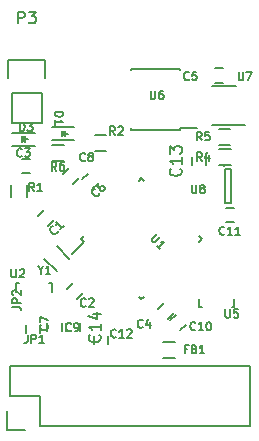
<source format=gbr>
G04 #@! TF.GenerationSoftware,KiCad,Pcbnew,no-vcs-found-7664~57~ubuntu16.10.1*
G04 #@! TF.CreationDate,2017-02-22T20:42:03+01:00*
G04 #@! TF.ProjectId,SensebenderMicro2,53656E736562656E6465724D6963726F,rev?*
G04 #@! TF.FileFunction,Legend,Top*
G04 #@! TF.FilePolarity,Positive*
%FSLAX46Y46*%
G04 Gerber Fmt 4.6, Leading zero omitted, Abs format (unit mm)*
G04 Created by KiCad (PCBNEW no-vcs-found-7664~57~ubuntu16.10.1) date Wed Feb 22 20:42:03 2017*
%MOMM*%
%LPD*%
G01*
G04 APERTURE LIST*
%ADD10C,0.100000*%
%ADD11C,0.150000*%
G04 APERTURE END LIST*
D10*
D11*
X104086500Y-88134900D02*
X104086500Y-87989900D01*
X99936500Y-88134900D02*
X99936500Y-87989900D01*
X99936500Y-82984900D02*
X99936500Y-83129900D01*
X104086500Y-82984900D02*
X104086500Y-83129900D01*
X104086500Y-88134900D02*
X99936500Y-88134900D01*
X104086500Y-82984900D02*
X99936500Y-82984900D01*
X104086500Y-87989900D02*
X105486500Y-87989900D01*
X105887240Y-103164640D02*
X105935500Y-103164640D01*
X108686220Y-102463600D02*
X108686220Y-103164640D01*
X108686220Y-103164640D02*
X108437300Y-103164640D01*
X105887240Y-103164640D02*
X105686580Y-103164640D01*
X105686580Y-103164640D02*
X105686580Y-102463600D01*
X94502049Y-101626423D02*
X94997023Y-101131449D01*
X95845551Y-101979977D02*
X95350577Y-102474951D01*
X89882800Y-89488100D02*
X91782800Y-89488100D01*
X89882800Y-88388100D02*
X91782800Y-88388100D01*
X90782800Y-88938100D02*
X91232800Y-88938100D01*
X90732800Y-88688100D02*
X90732800Y-89188100D01*
X90732800Y-88938100D02*
X90982800Y-88688100D01*
X90982800Y-88688100D02*
X90982800Y-89188100D01*
X90982800Y-89188100D02*
X90732800Y-88938100D01*
X91099000Y-92870400D02*
X91099000Y-93870400D01*
X89749000Y-93870400D02*
X89749000Y-92870400D01*
X89814400Y-87604600D02*
X92354400Y-87604600D01*
X89814400Y-85064600D02*
X89814400Y-87604600D01*
X89534400Y-82244600D02*
X92634400Y-82244600D01*
X89534400Y-83794600D02*
X89534400Y-82244600D01*
X92354400Y-85064600D02*
X89814400Y-85064600D01*
X92634400Y-82244600D02*
X92634400Y-83794600D01*
X92354400Y-85064600D02*
X92354400Y-87604600D01*
X93225300Y-89418800D02*
X94225300Y-89418800D01*
X94225300Y-90768800D02*
X93225300Y-90768800D01*
X96844800Y-88606000D02*
X97844800Y-88606000D01*
X97844800Y-89956000D02*
X96844800Y-89956000D01*
X95675700Y-97390668D02*
X95905510Y-97620478D01*
X100802224Y-92264144D02*
X101032034Y-92493954D01*
X105928748Y-97390668D02*
X105698938Y-97160858D01*
X100802224Y-102517192D02*
X100572414Y-102287382D01*
X95675700Y-97390668D02*
X95905510Y-97160858D01*
X100802224Y-102517192D02*
X101032034Y-102287382D01*
X105928748Y-97390668D02*
X105698938Y-97620478D01*
X100802224Y-92264144D02*
X100572414Y-92493954D01*
X95905510Y-97620478D02*
X94897882Y-98628105D01*
X107373800Y-89799800D02*
X108373800Y-89799800D01*
X108373800Y-91149800D02*
X107373800Y-91149800D01*
X107902400Y-91187800D02*
G75*
G03X107902400Y-91187800I-100000J0D01*
G01*
X108352400Y-91437800D02*
X107852400Y-91437800D01*
X108352400Y-94337800D02*
X108352400Y-91437800D01*
X107852400Y-94337800D02*
X108352400Y-94337800D01*
X107852400Y-91437800D02*
X107852400Y-94337800D01*
X107728500Y-84153300D02*
X107028500Y-84153300D01*
X107028500Y-82953300D02*
X107728500Y-82953300D01*
X108668300Y-96002400D02*
X107968300Y-96002400D01*
X107968300Y-94802400D02*
X108668300Y-94802400D01*
X93624400Y-97999340D02*
X94685060Y-99060000D01*
X92563740Y-99060000D02*
X93624400Y-100120660D01*
X97115551Y-92708977D02*
X96620577Y-93203951D01*
X95772049Y-92355423D02*
X96267023Y-91860449D01*
X103541751Y-103643677D02*
X103046777Y-104138651D01*
X102198249Y-103290123D02*
X102693223Y-102795149D01*
X97958200Y-105618800D02*
X97958200Y-106318800D01*
X96758200Y-106318800D02*
X96758200Y-105618800D01*
X93018560Y-101152960D02*
X92970300Y-101152960D01*
X90219580Y-101854000D02*
X90219580Y-101152960D01*
X90219580Y-101152960D02*
X90468500Y-101152960D01*
X93018560Y-101152960D02*
X93219220Y-101152960D01*
X93219220Y-101152960D02*
X93219220Y-101854000D01*
X108848000Y-84443300D02*
X106798000Y-84443300D01*
X109553000Y-87743300D02*
X106798000Y-87743300D01*
X92252800Y-113258600D02*
X110032800Y-113258600D01*
X110032800Y-113258600D02*
X110032800Y-108178600D01*
X110032800Y-108178600D02*
X89712800Y-108178600D01*
X89712800Y-108178600D02*
X89712800Y-110718600D01*
X89432800Y-111988600D02*
X89432800Y-113538600D01*
X89712800Y-110718600D02*
X92252800Y-110718600D01*
X92252800Y-110718600D02*
X92252800Y-113258600D01*
X89432800Y-113538600D02*
X90982800Y-113538600D01*
X103223879Y-104296493D02*
X103718853Y-103801519D01*
X104567381Y-104650047D02*
X104072407Y-105145021D01*
X93432551Y-95782377D02*
X92937577Y-96277351D01*
X92089049Y-95428823D02*
X92584023Y-94933849D01*
X91043200Y-105379000D02*
X91043200Y-104679000D01*
X92243200Y-104679000D02*
X92243200Y-105379000D01*
X93235600Y-89018200D02*
X95135600Y-89018200D01*
X93235600Y-87918200D02*
X95135600Y-87918200D01*
X94135600Y-88468200D02*
X94585600Y-88468200D01*
X94085600Y-88218200D02*
X94085600Y-88718200D01*
X94085600Y-88468200D02*
X94335600Y-88218200D01*
X94335600Y-88218200D02*
X94335600Y-88718200D01*
X94335600Y-88718200D02*
X94085600Y-88468200D01*
X94146449Y-91872823D02*
X94641423Y-91377849D01*
X95489951Y-92226377D02*
X94994977Y-92721351D01*
X90684300Y-90586000D02*
X91384300Y-90586000D01*
X91384300Y-91786000D02*
X90684300Y-91786000D01*
X107335000Y-88085300D02*
X108335000Y-88085300D01*
X108335000Y-89435300D02*
X107335000Y-89435300D01*
X94046600Y-104526600D02*
X94046600Y-105226600D01*
X92846600Y-105226600D02*
X92846600Y-104526600D01*
X102649400Y-106106600D02*
X103649400Y-106106600D01*
X103649400Y-107456600D02*
X102649400Y-107456600D01*
X105052000Y-91155000D02*
X105052000Y-90455000D01*
X106252000Y-90455000D02*
X106252000Y-91155000D01*
X95596700Y-104526600D02*
X95596700Y-105226600D01*
X94396700Y-105226600D02*
X94396700Y-104526600D01*
X101579766Y-84846366D02*
X101579766Y-85413033D01*
X101613100Y-85479700D01*
X101646433Y-85513033D01*
X101713100Y-85546366D01*
X101846433Y-85546366D01*
X101913100Y-85513033D01*
X101946433Y-85479700D01*
X101979766Y-85413033D01*
X101979766Y-84846366D01*
X102613100Y-84846366D02*
X102479766Y-84846366D01*
X102413100Y-84879700D01*
X102379766Y-84913033D01*
X102313100Y-85013033D01*
X102279766Y-85146366D01*
X102279766Y-85413033D01*
X102313100Y-85479700D01*
X102346433Y-85513033D01*
X102413100Y-85546366D01*
X102546433Y-85546366D01*
X102613100Y-85513033D01*
X102646433Y-85479700D01*
X102679766Y-85413033D01*
X102679766Y-85246366D01*
X102646433Y-85179700D01*
X102613100Y-85146366D01*
X102546433Y-85113033D01*
X102413100Y-85113033D01*
X102346433Y-85146366D01*
X102313100Y-85179700D01*
X102279766Y-85246366D01*
X107909426Y-103355346D02*
X107909426Y-103922013D01*
X107942760Y-103988680D01*
X107976093Y-104022013D01*
X108042760Y-104055346D01*
X108176093Y-104055346D01*
X108242760Y-104022013D01*
X108276093Y-103988680D01*
X108309426Y-103922013D01*
X108309426Y-103355346D01*
X108976093Y-103355346D02*
X108642760Y-103355346D01*
X108609426Y-103688680D01*
X108642760Y-103655346D01*
X108709426Y-103622013D01*
X108876093Y-103622013D01*
X108942760Y-103655346D01*
X108976093Y-103688680D01*
X109009426Y-103755346D01*
X109009426Y-103922013D01*
X108976093Y-103988680D01*
X108942760Y-104022013D01*
X108876093Y-104055346D01*
X108709426Y-104055346D01*
X108642760Y-104022013D01*
X108609426Y-103988680D01*
X96098533Y-103069199D02*
X96065200Y-103102532D01*
X95965200Y-103135865D01*
X95898533Y-103135865D01*
X95798533Y-103102532D01*
X95731866Y-103035865D01*
X95698533Y-102969199D01*
X95665200Y-102835865D01*
X95665200Y-102735865D01*
X95698533Y-102602532D01*
X95731866Y-102535865D01*
X95798533Y-102469199D01*
X95898533Y-102435865D01*
X95965200Y-102435865D01*
X96065200Y-102469199D01*
X96098533Y-102502532D01*
X96365200Y-102502532D02*
X96398533Y-102469199D01*
X96465200Y-102435865D01*
X96631866Y-102435865D01*
X96698533Y-102469199D01*
X96731866Y-102502532D01*
X96765200Y-102569199D01*
X96765200Y-102635865D01*
X96731866Y-102735865D01*
X96331866Y-103135865D01*
X96765200Y-103135865D01*
X90527093Y-88251466D02*
X90527093Y-87551466D01*
X90693760Y-87551466D01*
X90793760Y-87584800D01*
X90860426Y-87651466D01*
X90893760Y-87718133D01*
X90927093Y-87851466D01*
X90927093Y-87951466D01*
X90893760Y-88084800D01*
X90860426Y-88151466D01*
X90793760Y-88218133D01*
X90693760Y-88251466D01*
X90527093Y-88251466D01*
X91160426Y-87551466D02*
X91593760Y-87551466D01*
X91360426Y-87818133D01*
X91460426Y-87818133D01*
X91527093Y-87851466D01*
X91560426Y-87884800D01*
X91593760Y-87951466D01*
X91593760Y-88118133D01*
X91560426Y-88184800D01*
X91527093Y-88218133D01*
X91460426Y-88251466D01*
X91260426Y-88251466D01*
X91193760Y-88218133D01*
X91160426Y-88184800D01*
X91724653Y-93356866D02*
X91491320Y-93023533D01*
X91324653Y-93356866D02*
X91324653Y-92656866D01*
X91591320Y-92656866D01*
X91657986Y-92690200D01*
X91691320Y-92723533D01*
X91724653Y-92790200D01*
X91724653Y-92890200D01*
X91691320Y-92956866D01*
X91657986Y-92990200D01*
X91591320Y-93023533D01*
X91324653Y-93023533D01*
X92391320Y-93356866D02*
X91991320Y-93356866D01*
X92191320Y-93356866D02*
X92191320Y-92656866D01*
X92124653Y-92756866D01*
X92057986Y-92823533D01*
X91991320Y-92856866D01*
X90346304Y-79146980D02*
X90346304Y-78146980D01*
X90727257Y-78146980D01*
X90822495Y-78194600D01*
X90870114Y-78242219D01*
X90917733Y-78337457D01*
X90917733Y-78480314D01*
X90870114Y-78575552D01*
X90822495Y-78623171D01*
X90727257Y-78670790D01*
X90346304Y-78670790D01*
X91251066Y-78146980D02*
X91870114Y-78146980D01*
X91536780Y-78527933D01*
X91679638Y-78527933D01*
X91774876Y-78575552D01*
X91822495Y-78623171D01*
X91870114Y-78718409D01*
X91870114Y-78956504D01*
X91822495Y-79051742D01*
X91774876Y-79099361D01*
X91679638Y-79146980D01*
X91393923Y-79146980D01*
X91298685Y-79099361D01*
X91251066Y-79051742D01*
X93614413Y-91604266D02*
X93381080Y-91270933D01*
X93214413Y-91604266D02*
X93214413Y-90904266D01*
X93481080Y-90904266D01*
X93547746Y-90937600D01*
X93581080Y-90970933D01*
X93614413Y-91037600D01*
X93614413Y-91137600D01*
X93581080Y-91204266D01*
X93547746Y-91237600D01*
X93481080Y-91270933D01*
X93214413Y-91270933D01*
X94214413Y-90904266D02*
X94081080Y-90904266D01*
X94014413Y-90937600D01*
X93981080Y-90970933D01*
X93914413Y-91070933D01*
X93881080Y-91204266D01*
X93881080Y-91470933D01*
X93914413Y-91537600D01*
X93947746Y-91570933D01*
X94014413Y-91604266D01*
X94147746Y-91604266D01*
X94214413Y-91570933D01*
X94247746Y-91537600D01*
X94281080Y-91470933D01*
X94281080Y-91304266D01*
X94247746Y-91237600D01*
X94214413Y-91204266D01*
X94147746Y-91170933D01*
X94014413Y-91170933D01*
X93947746Y-91204266D01*
X93914413Y-91237600D01*
X93881080Y-91304266D01*
X98574333Y-88561346D02*
X98341000Y-88228013D01*
X98174333Y-88561346D02*
X98174333Y-87861346D01*
X98441000Y-87861346D01*
X98507666Y-87894680D01*
X98541000Y-87928013D01*
X98574333Y-87994680D01*
X98574333Y-88094680D01*
X98541000Y-88161346D01*
X98507666Y-88194680D01*
X98441000Y-88228013D01*
X98174333Y-88228013D01*
X98841000Y-87928013D02*
X98874333Y-87894680D01*
X98941000Y-87861346D01*
X99107666Y-87861346D01*
X99174333Y-87894680D01*
X99207666Y-87928013D01*
X99241000Y-87994680D01*
X99241000Y-88061346D01*
X99207666Y-88161346D01*
X98807666Y-88561346D01*
X99241000Y-88561346D01*
X102115037Y-96975973D02*
X101714344Y-97376667D01*
X101690773Y-97447378D01*
X101690773Y-97494518D01*
X101714344Y-97565229D01*
X101808625Y-97659510D01*
X101879335Y-97683080D01*
X101926476Y-97683080D01*
X101997186Y-97659510D01*
X102397880Y-97258816D01*
X102397880Y-98248765D02*
X102115037Y-97965923D01*
X102256459Y-98107344D02*
X102751434Y-97612369D01*
X102633582Y-97635940D01*
X102539302Y-97635940D01*
X102468591Y-97612369D01*
X105948653Y-90760986D02*
X105715320Y-90427653D01*
X105548653Y-90760986D02*
X105548653Y-90060986D01*
X105815320Y-90060986D01*
X105881986Y-90094320D01*
X105915320Y-90127653D01*
X105948653Y-90194320D01*
X105948653Y-90294320D01*
X105915320Y-90360986D01*
X105881986Y-90394320D01*
X105815320Y-90427653D01*
X105548653Y-90427653D01*
X106548653Y-90294320D02*
X106548653Y-90760986D01*
X106381986Y-90027653D02*
X106215320Y-90527653D01*
X106648653Y-90527653D01*
X105069706Y-92814346D02*
X105069706Y-93381013D01*
X105103040Y-93447680D01*
X105136373Y-93481013D01*
X105203040Y-93514346D01*
X105336373Y-93514346D01*
X105403040Y-93481013D01*
X105436373Y-93447680D01*
X105469706Y-93381013D01*
X105469706Y-92814346D01*
X105903040Y-93114346D02*
X105836373Y-93081013D01*
X105803040Y-93047680D01*
X105769706Y-92981013D01*
X105769706Y-92947680D01*
X105803040Y-92881013D01*
X105836373Y-92847680D01*
X105903040Y-92814346D01*
X106036373Y-92814346D01*
X106103040Y-92847680D01*
X106136373Y-92881013D01*
X106169706Y-92947680D01*
X106169706Y-92981013D01*
X106136373Y-93047680D01*
X106103040Y-93081013D01*
X106036373Y-93114346D01*
X105903040Y-93114346D01*
X105836373Y-93147680D01*
X105803040Y-93181013D01*
X105769706Y-93247680D01*
X105769706Y-93381013D01*
X105803040Y-93447680D01*
X105836373Y-93481013D01*
X105903040Y-93514346D01*
X106036373Y-93514346D01*
X106103040Y-93481013D01*
X106136373Y-93447680D01*
X106169706Y-93381013D01*
X106169706Y-93247680D01*
X106136373Y-93181013D01*
X106103040Y-93147680D01*
X106036373Y-93114346D01*
X104836133Y-83866800D02*
X104802800Y-83900133D01*
X104702800Y-83933466D01*
X104636133Y-83933466D01*
X104536133Y-83900133D01*
X104469466Y-83833466D01*
X104436133Y-83766800D01*
X104402800Y-83633466D01*
X104402800Y-83533466D01*
X104436133Y-83400133D01*
X104469466Y-83333466D01*
X104536133Y-83266800D01*
X104636133Y-83233466D01*
X104702800Y-83233466D01*
X104802800Y-83266800D01*
X104836133Y-83300133D01*
X105469466Y-83233466D02*
X105136133Y-83233466D01*
X105102800Y-83566800D01*
X105136133Y-83533466D01*
X105202800Y-83500133D01*
X105369466Y-83500133D01*
X105436133Y-83533466D01*
X105469466Y-83566800D01*
X105502800Y-83633466D01*
X105502800Y-83800133D01*
X105469466Y-83866800D01*
X105436133Y-83900133D01*
X105369466Y-83933466D01*
X105202800Y-83933466D01*
X105136133Y-83900133D01*
X105102800Y-83866800D01*
X107835280Y-96983360D02*
X107801946Y-97016693D01*
X107701946Y-97050026D01*
X107635280Y-97050026D01*
X107535280Y-97016693D01*
X107468613Y-96950026D01*
X107435280Y-96883360D01*
X107401946Y-96750026D01*
X107401946Y-96650026D01*
X107435280Y-96516693D01*
X107468613Y-96450026D01*
X107535280Y-96383360D01*
X107635280Y-96350026D01*
X107701946Y-96350026D01*
X107801946Y-96383360D01*
X107835280Y-96416693D01*
X108501946Y-97050026D02*
X108101946Y-97050026D01*
X108301946Y-97050026D02*
X108301946Y-96350026D01*
X108235280Y-96450026D01*
X108168613Y-96516693D01*
X108101946Y-96550026D01*
X109168613Y-97050026D02*
X108768613Y-97050026D01*
X108968613Y-97050026D02*
X108968613Y-96350026D01*
X108901946Y-96450026D01*
X108835280Y-96516693D01*
X108768613Y-96550026D01*
X92275066Y-100039014D02*
X92275066Y-100372347D01*
X92041733Y-99672347D02*
X92275066Y-100039014D01*
X92508400Y-99672347D01*
X93108400Y-100372347D02*
X92708400Y-100372347D01*
X92908400Y-100372347D02*
X92908400Y-99672347D01*
X92841733Y-99772347D01*
X92775066Y-99839014D01*
X92708400Y-99872347D01*
X97256500Y-93545814D02*
X97256500Y-93592954D01*
X97209360Y-93687235D01*
X97162220Y-93734376D01*
X97067939Y-93781516D01*
X96973658Y-93781516D01*
X96902947Y-93757946D01*
X96785096Y-93687235D01*
X96714385Y-93616525D01*
X96643675Y-93498674D01*
X96620104Y-93427963D01*
X96620104Y-93333682D01*
X96667245Y-93239401D01*
X96714385Y-93192261D01*
X96808666Y-93145120D01*
X96855807Y-93145120D01*
X97232930Y-92673716D02*
X97138649Y-92767997D01*
X97115079Y-92838707D01*
X97115079Y-92885848D01*
X97138649Y-93003699D01*
X97209360Y-93121550D01*
X97397922Y-93310112D01*
X97468632Y-93333682D01*
X97515773Y-93333682D01*
X97586484Y-93310112D01*
X97680764Y-93215831D01*
X97704335Y-93145120D01*
X97704335Y-93097980D01*
X97680764Y-93027269D01*
X97562913Y-92909418D01*
X97492203Y-92885848D01*
X97445062Y-92885848D01*
X97374352Y-92909418D01*
X97280071Y-93003699D01*
X97256500Y-93074409D01*
X97256500Y-93121550D01*
X97280071Y-93192261D01*
X100914373Y-104857360D02*
X100881040Y-104890693D01*
X100781040Y-104924026D01*
X100714373Y-104924026D01*
X100614373Y-104890693D01*
X100547706Y-104824026D01*
X100514373Y-104757360D01*
X100481040Y-104624026D01*
X100481040Y-104524026D01*
X100514373Y-104390693D01*
X100547706Y-104324026D01*
X100614373Y-104257360D01*
X100714373Y-104224026D01*
X100781040Y-104224026D01*
X100881040Y-104257360D01*
X100914373Y-104290693D01*
X101514373Y-104457360D02*
X101514373Y-104924026D01*
X101347706Y-104190693D02*
X101181040Y-104690693D01*
X101614373Y-104690693D01*
X98660800Y-105675240D02*
X98627466Y-105708573D01*
X98527466Y-105741906D01*
X98460800Y-105741906D01*
X98360800Y-105708573D01*
X98294133Y-105641906D01*
X98260800Y-105575240D01*
X98227466Y-105441906D01*
X98227466Y-105341906D01*
X98260800Y-105208573D01*
X98294133Y-105141906D01*
X98360800Y-105075240D01*
X98460800Y-105041906D01*
X98527466Y-105041906D01*
X98627466Y-105075240D01*
X98660800Y-105108573D01*
X99327466Y-105741906D02*
X98927466Y-105741906D01*
X99127466Y-105741906D02*
X99127466Y-105041906D01*
X99060800Y-105141906D01*
X98994133Y-105208573D01*
X98927466Y-105241906D01*
X99594133Y-105108573D02*
X99627466Y-105075240D01*
X99694133Y-105041906D01*
X99860800Y-105041906D01*
X99927466Y-105075240D01*
X99960800Y-105108573D01*
X99994133Y-105175240D01*
X99994133Y-105241906D01*
X99960800Y-105341906D01*
X99560800Y-105741906D01*
X99994133Y-105741906D01*
X89804306Y-99951746D02*
X89804306Y-100518413D01*
X89837640Y-100585080D01*
X89870973Y-100618413D01*
X89937640Y-100651746D01*
X90070973Y-100651746D01*
X90137640Y-100618413D01*
X90170973Y-100585080D01*
X90204306Y-100518413D01*
X90204306Y-99951746D01*
X90504306Y-100018413D02*
X90537640Y-99985080D01*
X90604306Y-99951746D01*
X90770973Y-99951746D01*
X90837640Y-99985080D01*
X90870973Y-100018413D01*
X90904306Y-100085080D01*
X90904306Y-100151746D01*
X90870973Y-100251746D01*
X90470973Y-100651746D01*
X90904306Y-100651746D01*
X109037186Y-83233466D02*
X109037186Y-83800133D01*
X109070520Y-83866800D01*
X109103853Y-83900133D01*
X109170520Y-83933466D01*
X109303853Y-83933466D01*
X109370520Y-83900133D01*
X109403853Y-83866800D01*
X109437186Y-83800133D01*
X109437186Y-83233466D01*
X109703853Y-83233466D02*
X110170520Y-83233466D01*
X109870520Y-83933466D01*
X105381640Y-105065640D02*
X105348306Y-105098973D01*
X105248306Y-105132306D01*
X105181640Y-105132306D01*
X105081640Y-105098973D01*
X105014973Y-105032306D01*
X104981640Y-104965640D01*
X104948306Y-104832306D01*
X104948306Y-104732306D01*
X104981640Y-104598973D01*
X105014973Y-104532306D01*
X105081640Y-104465640D01*
X105181640Y-104432306D01*
X105248306Y-104432306D01*
X105348306Y-104465640D01*
X105381640Y-104498973D01*
X106048306Y-105132306D02*
X105648306Y-105132306D01*
X105848306Y-105132306D02*
X105848306Y-104432306D01*
X105781640Y-104532306D01*
X105714973Y-104598973D01*
X105648306Y-104632306D01*
X106481640Y-104432306D02*
X106548306Y-104432306D01*
X106614973Y-104465640D01*
X106648306Y-104498973D01*
X106681640Y-104565640D01*
X106714973Y-104698973D01*
X106714973Y-104865640D01*
X106681640Y-104998973D01*
X106648306Y-105065640D01*
X106614973Y-105098973D01*
X106548306Y-105132306D01*
X106481640Y-105132306D01*
X106414973Y-105098973D01*
X106381640Y-105065640D01*
X106348306Y-104998973D01*
X106314973Y-104865640D01*
X106314973Y-104698973D01*
X106348306Y-104565640D01*
X106381640Y-104498973D01*
X106414973Y-104465640D01*
X106481640Y-104432306D01*
X91167666Y-105509266D02*
X91167666Y-106009266D01*
X91134333Y-106109266D01*
X91067666Y-106175933D01*
X90967666Y-106209266D01*
X90901000Y-106209266D01*
X91501000Y-106209266D02*
X91501000Y-105509266D01*
X91767666Y-105509266D01*
X91834333Y-105542600D01*
X91867666Y-105575933D01*
X91901000Y-105642600D01*
X91901000Y-105742600D01*
X91867666Y-105809266D01*
X91834333Y-105842600D01*
X91767666Y-105875933D01*
X91501000Y-105875933D01*
X92567666Y-106209266D02*
X92167666Y-106209266D01*
X92367666Y-106209266D02*
X92367666Y-105509266D01*
X92301000Y-105609266D01*
X92234333Y-105675933D01*
X92167666Y-105709266D01*
X93717185Y-96726977D02*
X93717185Y-96774117D01*
X93670045Y-96868398D01*
X93622905Y-96915539D01*
X93528624Y-96962679D01*
X93434343Y-96962679D01*
X93363632Y-96939109D01*
X93245781Y-96868398D01*
X93175070Y-96797688D01*
X93104360Y-96679837D01*
X93080789Y-96609126D01*
X93080789Y-96514845D01*
X93127930Y-96420564D01*
X93175070Y-96373424D01*
X93269351Y-96326283D01*
X93316492Y-96326283D01*
X94235730Y-96302713D02*
X93952888Y-96585556D01*
X94094309Y-96444134D02*
X93599334Y-95949160D01*
X93622905Y-96067011D01*
X93622905Y-96161292D01*
X93599334Y-96232002D01*
X89888266Y-103135833D02*
X90388266Y-103135833D01*
X90488266Y-103169166D01*
X90554933Y-103235833D01*
X90588266Y-103335833D01*
X90588266Y-103402500D01*
X90588266Y-102802500D02*
X89888266Y-102802500D01*
X89888266Y-102535833D01*
X89921600Y-102469166D01*
X89954933Y-102435833D01*
X90021600Y-102402500D01*
X90121600Y-102402500D01*
X90188266Y-102435833D01*
X90221600Y-102469166D01*
X90254933Y-102535833D01*
X90254933Y-102802500D01*
X89954933Y-102135833D02*
X89921600Y-102102500D01*
X89888266Y-102035833D01*
X89888266Y-101869166D01*
X89921600Y-101802500D01*
X89954933Y-101769166D01*
X90021600Y-101735833D01*
X90088266Y-101735833D01*
X90188266Y-101769166D01*
X90588266Y-102169166D01*
X90588266Y-101735833D01*
X92833000Y-104663066D02*
X92866333Y-104696400D01*
X92899666Y-104796400D01*
X92899666Y-104863066D01*
X92866333Y-104963066D01*
X92799666Y-105029733D01*
X92733000Y-105063066D01*
X92599666Y-105096400D01*
X92499666Y-105096400D01*
X92366333Y-105063066D01*
X92299666Y-105029733D01*
X92233000Y-104963066D01*
X92199666Y-104863066D01*
X92199666Y-104796400D01*
X92233000Y-104696400D01*
X92266333Y-104663066D01*
X92199666Y-104429733D02*
X92199666Y-103963066D01*
X92899666Y-104263066D01*
X93493153Y-86653593D02*
X94193153Y-86653593D01*
X94193153Y-86820260D01*
X94159820Y-86920260D01*
X94093153Y-86986926D01*
X94026486Y-87020260D01*
X93893153Y-87053593D01*
X93793153Y-87053593D01*
X93659820Y-87020260D01*
X93593153Y-86986926D01*
X93526486Y-86920260D01*
X93493153Y-86820260D01*
X93493153Y-86653593D01*
X93493153Y-87720260D02*
X93493153Y-87320260D01*
X93493153Y-87520260D02*
X94193153Y-87520260D01*
X94093153Y-87453593D01*
X94026486Y-87386926D01*
X93993153Y-87320260D01*
X96042653Y-90740041D02*
X96009320Y-90773374D01*
X95909320Y-90806707D01*
X95842653Y-90806707D01*
X95742653Y-90773374D01*
X95675986Y-90706707D01*
X95642653Y-90640041D01*
X95609320Y-90506707D01*
X95609320Y-90406707D01*
X95642653Y-90273374D01*
X95675986Y-90206707D01*
X95742653Y-90140041D01*
X95842653Y-90106707D01*
X95909320Y-90106707D01*
X96009320Y-90140041D01*
X96042653Y-90173374D01*
X96442653Y-90406707D02*
X96375986Y-90373374D01*
X96342653Y-90340041D01*
X96309320Y-90273374D01*
X96309320Y-90240041D01*
X96342653Y-90173374D01*
X96375986Y-90140041D01*
X96442653Y-90106707D01*
X96575986Y-90106707D01*
X96642653Y-90140041D01*
X96675986Y-90173374D01*
X96709320Y-90240041D01*
X96709320Y-90273374D01*
X96675986Y-90340041D01*
X96642653Y-90373374D01*
X96575986Y-90406707D01*
X96442653Y-90406707D01*
X96375986Y-90440041D01*
X96342653Y-90473374D01*
X96309320Y-90540041D01*
X96309320Y-90673374D01*
X96342653Y-90740041D01*
X96375986Y-90773374D01*
X96442653Y-90806707D01*
X96575986Y-90806707D01*
X96642653Y-90773374D01*
X96675986Y-90740041D01*
X96709320Y-90673374D01*
X96709320Y-90540041D01*
X96675986Y-90473374D01*
X96642653Y-90440041D01*
X96575986Y-90406707D01*
X90688333Y-90364120D02*
X90655000Y-90397453D01*
X90555000Y-90430786D01*
X90488333Y-90430786D01*
X90388333Y-90397453D01*
X90321666Y-90330786D01*
X90288333Y-90264120D01*
X90255000Y-90130786D01*
X90255000Y-90030786D01*
X90288333Y-89897453D01*
X90321666Y-89830786D01*
X90388333Y-89764120D01*
X90488333Y-89730786D01*
X90555000Y-89730786D01*
X90655000Y-89764120D01*
X90688333Y-89797453D01*
X90921666Y-89730786D02*
X91355000Y-89730786D01*
X91121666Y-89997453D01*
X91221666Y-89997453D01*
X91288333Y-90030786D01*
X91321666Y-90064120D01*
X91355000Y-90130786D01*
X91355000Y-90297453D01*
X91321666Y-90364120D01*
X91288333Y-90397453D01*
X91221666Y-90430786D01*
X91021666Y-90430786D01*
X90955000Y-90397453D01*
X90921666Y-90364120D01*
X105913093Y-89059186D02*
X105679760Y-88725853D01*
X105513093Y-89059186D02*
X105513093Y-88359186D01*
X105779760Y-88359186D01*
X105846426Y-88392520D01*
X105879760Y-88425853D01*
X105913093Y-88492520D01*
X105913093Y-88592520D01*
X105879760Y-88659186D01*
X105846426Y-88692520D01*
X105779760Y-88725853D01*
X105513093Y-88725853D01*
X106546426Y-88359186D02*
X106213093Y-88359186D01*
X106179760Y-88692520D01*
X106213093Y-88659186D01*
X106279760Y-88625853D01*
X106446426Y-88625853D01*
X106513093Y-88659186D01*
X106546426Y-88692520D01*
X106579760Y-88759186D01*
X106579760Y-88925853D01*
X106546426Y-88992520D01*
X106513093Y-89025853D01*
X106446426Y-89059186D01*
X106279760Y-89059186D01*
X106213093Y-89025853D01*
X106179760Y-88992520D01*
X94838693Y-105141840D02*
X94805360Y-105175173D01*
X94705360Y-105208506D01*
X94638693Y-105208506D01*
X94538693Y-105175173D01*
X94472026Y-105108506D01*
X94438693Y-105041840D01*
X94405360Y-104908506D01*
X94405360Y-104808506D01*
X94438693Y-104675173D01*
X94472026Y-104608506D01*
X94538693Y-104541840D01*
X94638693Y-104508506D01*
X94705360Y-104508506D01*
X94805360Y-104541840D01*
X94838693Y-104575173D01*
X95172026Y-105208506D02*
X95305360Y-105208506D01*
X95372026Y-105175173D01*
X95405360Y-105141840D01*
X95472026Y-105041840D01*
X95505360Y-104908506D01*
X95505360Y-104641840D01*
X95472026Y-104575173D01*
X95438693Y-104541840D01*
X95372026Y-104508506D01*
X95238693Y-104508506D01*
X95172026Y-104541840D01*
X95138693Y-104575173D01*
X95105360Y-104641840D01*
X95105360Y-104808506D01*
X95138693Y-104875173D01*
X95172026Y-104908506D01*
X95238693Y-104941840D01*
X95372026Y-104941840D01*
X95438693Y-104908506D01*
X95472026Y-104875173D01*
X95505360Y-104808506D01*
X104704746Y-106726520D02*
X104471413Y-106726520D01*
X104471413Y-107093186D02*
X104471413Y-106393186D01*
X104804746Y-106393186D01*
X105304746Y-106726520D02*
X105404746Y-106759853D01*
X105438080Y-106793186D01*
X105471413Y-106859853D01*
X105471413Y-106959853D01*
X105438080Y-107026520D01*
X105404746Y-107059853D01*
X105338080Y-107093186D01*
X105071413Y-107093186D01*
X105071413Y-106393186D01*
X105304746Y-106393186D01*
X105371413Y-106426520D01*
X105404746Y-106459853D01*
X105438080Y-106526520D01*
X105438080Y-106593186D01*
X105404746Y-106659853D01*
X105371413Y-106693186D01*
X105304746Y-106726520D01*
X105071413Y-106726520D01*
X106138080Y-107093186D02*
X105738080Y-107093186D01*
X105938080Y-107093186D02*
X105938080Y-106393186D01*
X105871413Y-106493186D01*
X105804746Y-106559853D01*
X105738080Y-106593186D01*
X104109142Y-91447857D02*
X104156761Y-91495476D01*
X104204380Y-91638333D01*
X104204380Y-91733571D01*
X104156761Y-91876428D01*
X104061523Y-91971666D01*
X103966285Y-92019285D01*
X103775809Y-92066904D01*
X103632952Y-92066904D01*
X103442476Y-92019285D01*
X103347238Y-91971666D01*
X103252000Y-91876428D01*
X103204380Y-91733571D01*
X103204380Y-91638333D01*
X103252000Y-91495476D01*
X103299619Y-91447857D01*
X104204380Y-90495476D02*
X104204380Y-91066904D01*
X104204380Y-90781190D02*
X103204380Y-90781190D01*
X103347238Y-90876428D01*
X103442476Y-90971666D01*
X103490095Y-91066904D01*
X103204380Y-90162142D02*
X103204380Y-89543095D01*
X103585333Y-89876428D01*
X103585333Y-89733571D01*
X103632952Y-89638333D01*
X103680571Y-89590714D01*
X103775809Y-89543095D01*
X104013904Y-89543095D01*
X104109142Y-89590714D01*
X104156761Y-89638333D01*
X104204380Y-89733571D01*
X104204380Y-90019285D01*
X104156761Y-90114523D01*
X104109142Y-90162142D01*
X97253842Y-105519457D02*
X97301461Y-105567076D01*
X97349080Y-105709933D01*
X97349080Y-105805171D01*
X97301461Y-105948028D01*
X97206223Y-106043266D01*
X97110985Y-106090885D01*
X96920509Y-106138504D01*
X96777652Y-106138504D01*
X96587176Y-106090885D01*
X96491938Y-106043266D01*
X96396700Y-105948028D01*
X96349080Y-105805171D01*
X96349080Y-105709933D01*
X96396700Y-105567076D01*
X96444319Y-105519457D01*
X97349080Y-104567076D02*
X97349080Y-105138504D01*
X97349080Y-104852790D02*
X96349080Y-104852790D01*
X96491938Y-104948028D01*
X96587176Y-105043266D01*
X96634795Y-105138504D01*
X96682414Y-103709933D02*
X97349080Y-103709933D01*
X96301461Y-103948028D02*
X97015747Y-104186123D01*
X97015747Y-103567076D01*
M02*

</source>
